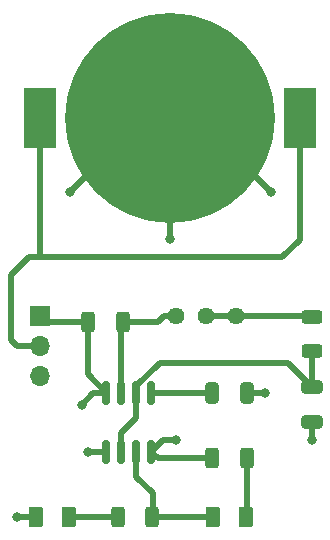
<source format=gbr>
%TF.GenerationSoftware,KiCad,Pcbnew,7.0.10*%
%TF.CreationDate,2025-02-19T14:50:57-05:00*%
%TF.ProjectId,demoTest,64656d6f-5465-4737-942e-6b696361645f,rev?*%
%TF.SameCoordinates,Original*%
%TF.FileFunction,Copper,L1,Top*%
%TF.FilePolarity,Positive*%
%FSLAX46Y46*%
G04 Gerber Fmt 4.6, Leading zero omitted, Abs format (unit mm)*
G04 Created by KiCad (PCBNEW 7.0.10) date 2025-02-19 14:50:57*
%MOMM*%
%LPD*%
G01*
G04 APERTURE LIST*
G04 Aperture macros list*
%AMRoundRect*
0 Rectangle with rounded corners*
0 $1 Rounding radius*
0 $2 $3 $4 $5 $6 $7 $8 $9 X,Y pos of 4 corners*
0 Add a 4 corners polygon primitive as box body*
4,1,4,$2,$3,$4,$5,$6,$7,$8,$9,$2,$3,0*
0 Add four circle primitives for the rounded corners*
1,1,$1+$1,$2,$3*
1,1,$1+$1,$4,$5*
1,1,$1+$1,$6,$7*
1,1,$1+$1,$8,$9*
0 Add four rect primitives between the rounded corners*
20,1,$1+$1,$2,$3,$4,$5,0*
20,1,$1+$1,$4,$5,$6,$7,0*
20,1,$1+$1,$6,$7,$8,$9,0*
20,1,$1+$1,$8,$9,$2,$3,0*%
G04 Aperture macros list end*
%TA.AperFunction,SMDPad,CuDef*%
%ADD10RoundRect,0.250000X0.312500X0.625000X-0.312500X0.625000X-0.312500X-0.625000X0.312500X-0.625000X0*%
%TD*%
%TA.AperFunction,SMDPad,CuDef*%
%ADD11RoundRect,0.250000X-0.375000X-0.625000X0.375000X-0.625000X0.375000X0.625000X-0.375000X0.625000X0*%
%TD*%
%TA.AperFunction,SMDPad,CuDef*%
%ADD12RoundRect,0.250000X-0.312500X-0.625000X0.312500X-0.625000X0.312500X0.625000X-0.312500X0.625000X0*%
%TD*%
%TA.AperFunction,SMDPad,CuDef*%
%ADD13RoundRect,0.250000X-0.325000X-0.650000X0.325000X-0.650000X0.325000X0.650000X-0.325000X0.650000X0*%
%TD*%
%TA.AperFunction,ComponentPad*%
%ADD14C,1.440000*%
%TD*%
%TA.AperFunction,ComponentPad*%
%ADD15R,1.700000X1.700000*%
%TD*%
%TA.AperFunction,ComponentPad*%
%ADD16O,1.700000X1.700000*%
%TD*%
%TA.AperFunction,SMDPad,CuDef*%
%ADD17RoundRect,0.250000X-0.625000X0.312500X-0.625000X-0.312500X0.625000X-0.312500X0.625000X0.312500X0*%
%TD*%
%TA.AperFunction,SMDPad,CuDef*%
%ADD18R,2.794000X5.080000*%
%TD*%
%TA.AperFunction,SMDPad,CuDef*%
%ADD19C,17.780001*%
%TD*%
%TA.AperFunction,SMDPad,CuDef*%
%ADD20RoundRect,0.250000X-0.650000X0.325000X-0.650000X-0.325000X0.650000X-0.325000X0.650000X0.325000X0*%
%TD*%
%TA.AperFunction,SMDPad,CuDef*%
%ADD21RoundRect,0.150000X0.150000X-0.825000X0.150000X0.825000X-0.150000X0.825000X-0.150000X-0.825000X0*%
%TD*%
%TA.AperFunction,ViaPad*%
%ADD22C,0.800000*%
%TD*%
%TA.AperFunction,Conductor*%
%ADD23C,0.500000*%
%TD*%
G04 APERTURE END LIST*
D10*
%TO.P,R3,1*%
%TO.N,/out*%
X114462500Y-94500000D03*
%TO.P,R3,2*%
%TO.N,Net-(D2-A)*%
X111537500Y-94500000D03*
%TD*%
D11*
%TO.P,D2,1,K*%
%TO.N,GND*%
X104600000Y-94500000D03*
%TO.P,D2,2,A*%
%TO.N,Net-(D2-A)*%
X107400000Y-94500000D03*
%TD*%
D12*
%TO.P,R2,1*%
%TO.N,+3V0*%
X119537500Y-89500000D03*
%TO.P,R2,2*%
%TO.N,Net-(D1-A)*%
X122462500Y-89500000D03*
%TD*%
D13*
%TO.P,C2,1*%
%TO.N,Net-(U2-CV)*%
X119525000Y-84000000D03*
%TO.P,C2,2*%
%TO.N,GND*%
X122475000Y-84000000D03*
%TD*%
D14*
%TO.P,RV1,1,1*%
%TO.N,Net-(R4-Pad1)*%
X121525000Y-77500000D03*
%TO.P,RV1,2,2*%
X118985000Y-77500000D03*
%TO.P,RV1,3,3*%
%TO.N,Net-(U2-DIS)*%
X116445000Y-77500000D03*
%TD*%
D11*
%TO.P,D1,1,K*%
%TO.N,/out*%
X119600000Y-94500000D03*
%TO.P,D1,2,A*%
%TO.N,Net-(D1-A)*%
X122400000Y-94500000D03*
%TD*%
D15*
%TO.P,SW1,1,A*%
%TO.N,+3V0*%
X105000000Y-77460000D03*
D16*
%TO.P,SW1,2,B*%
%TO.N,Net-(SW1-B)*%
X105000000Y-80000000D03*
%TO.P,SW1,3,C*%
%TO.N,unconnected-(SW1-C-Pad3)*%
X105000000Y-82540000D03*
%TD*%
D12*
%TO.P,R1,1*%
%TO.N,+3V0*%
X109037500Y-78000000D03*
%TO.P,R1,2*%
%TO.N,Net-(U2-DIS)*%
X111962500Y-78000000D03*
%TD*%
D17*
%TO.P,R4,1*%
%TO.N,Net-(R4-Pad1)*%
X128000000Y-77575000D03*
%TO.P,R4,2*%
%TO.N,Net-(U2-THR)*%
X128000000Y-80500000D03*
%TD*%
D18*
%TO.P,B1,1,1*%
%TO.N,Net-(SW1-B)*%
X105000000Y-60695200D03*
%TO.P,B1,2,2*%
X126970000Y-60695200D03*
D19*
%TO.P,B1,3,3*%
%TO.N,GND*%
X115985000Y-60695200D03*
%TD*%
D20*
%TO.P,C1,1*%
%TO.N,Net-(U2-THR)*%
X128000000Y-83525000D03*
%TO.P,C1,2*%
%TO.N,GND*%
X128000000Y-86475000D03*
%TD*%
D21*
%TO.P,U2,1,GND*%
%TO.N,GND*%
X110595000Y-88975000D03*
%TO.P,U2,2,TR*%
%TO.N,Net-(U2-THR)*%
X111865000Y-88975000D03*
%TO.P,U2,3,Q*%
%TO.N,/out*%
X113135000Y-88975000D03*
%TO.P,U2,4,R*%
%TO.N,+3V0*%
X114405000Y-88975000D03*
%TO.P,U2,5,CV*%
%TO.N,Net-(U2-CV)*%
X114405000Y-84025000D03*
%TO.P,U2,6,THR*%
%TO.N,Net-(U2-THR)*%
X113135000Y-84025000D03*
%TO.P,U2,7,DIS*%
%TO.N,Net-(U2-DIS)*%
X111865000Y-84025000D03*
%TO.P,U2,8,VCC*%
%TO.N,+3V0*%
X110595000Y-84025000D03*
%TD*%
D22*
%TO.N,GND*%
X103000000Y-94500000D03*
X128000000Y-88000000D03*
X116000000Y-71000000D03*
X109000000Y-89000000D03*
X124000000Y-84000000D03*
X124500000Y-67000000D03*
X107500000Y-67000000D03*
%TO.N,+3V0*%
X116500000Y-88000000D03*
X108500000Y-85000000D03*
%TD*%
D23*
%TO.N,Net-(SW1-B)*%
X126970000Y-60695200D02*
X126970000Y-71030000D01*
X104534000Y-59034000D02*
X104534000Y-60695200D01*
X126970000Y-71030000D02*
X125500000Y-72500000D01*
X103000000Y-80000000D02*
X105000000Y-80000000D01*
X104000000Y-72500000D02*
X102500000Y-74000000D01*
X102500000Y-74000000D02*
X102500000Y-79500000D01*
X105000000Y-60695200D02*
X105000000Y-72500000D01*
X126504000Y-60695200D02*
X126504000Y-58996000D01*
X105000000Y-72500000D02*
X104000000Y-72500000D01*
X125500000Y-72500000D02*
X105000000Y-72500000D01*
X102500000Y-79500000D02*
X103000000Y-80000000D01*
%TO.N,GND*%
X128000000Y-88000000D02*
X128000000Y-86475000D01*
X109000000Y-89000000D02*
X110570000Y-89000000D01*
X103000000Y-94500000D02*
X104600000Y-94500000D01*
X107500000Y-67000000D02*
X113804800Y-60695200D01*
X116000000Y-71000000D02*
X116000000Y-60710200D01*
X124500000Y-67000000D02*
X118195200Y-60695200D01*
X110570000Y-89000000D02*
X110595000Y-88975000D01*
X122475000Y-84000000D02*
X124000000Y-84000000D01*
%TO.N,Net-(U2-THR)*%
X125975000Y-81500000D02*
X115102316Y-81500000D01*
X111865000Y-88975000D02*
X111865000Y-87385000D01*
X113135000Y-86115000D02*
X113135000Y-84025000D01*
X128000000Y-83525000D02*
X125975000Y-81500000D01*
X128000000Y-80500000D02*
X128000000Y-83525000D01*
X111865000Y-87385000D02*
X113135000Y-86115000D01*
X113135000Y-83467316D02*
X113135000Y-84025000D01*
X115102316Y-81500000D02*
X113135000Y-83467316D01*
%TO.N,Net-(U2-CV)*%
X114405000Y-84025000D02*
X119500000Y-84025000D01*
X119500000Y-84025000D02*
X119525000Y-84000000D01*
%TO.N,/out*%
X114500000Y-92500000D02*
X114500000Y-94462500D01*
X113135000Y-88975000D02*
X113135000Y-91135000D01*
X113135000Y-91135000D02*
X114500000Y-92500000D01*
X114500000Y-94462500D02*
X114462500Y-94500000D01*
X114462500Y-94500000D02*
X119600000Y-94500000D01*
%TO.N,Net-(D1-A)*%
X122462500Y-89500000D02*
X122462500Y-94437500D01*
X122462500Y-94437500D02*
X122400000Y-94500000D01*
%TO.N,Net-(D2-A)*%
X107400000Y-94500000D02*
X111537500Y-94500000D01*
X111437500Y-94400000D02*
X111537500Y-94500000D01*
%TO.N,+3V0*%
X119537500Y-89500000D02*
X114930000Y-89500000D01*
X109000000Y-78000000D02*
X109000000Y-82430000D01*
X109000000Y-82430000D02*
X110595000Y-84025000D01*
X116500000Y-88000000D02*
X115380000Y-88000000D01*
X115380000Y-88000000D02*
X114405000Y-88975000D01*
X109475000Y-84025000D02*
X108500000Y-85000000D01*
X104540000Y-78000000D02*
X109000000Y-78000000D01*
X114930000Y-89500000D02*
X114405000Y-88975000D01*
X105540000Y-78000000D02*
X105000000Y-77460000D01*
X110595000Y-84025000D02*
X109475000Y-84025000D01*
%TO.N,Net-(U2-DIS)*%
X115000000Y-78000000D02*
X115500000Y-77500000D01*
X111962500Y-78000000D02*
X115000000Y-78000000D01*
X115500000Y-77500000D02*
X116445000Y-77500000D01*
X111865000Y-84025000D02*
X111865000Y-78402500D01*
%TO.N,Net-(R4-Pad1)*%
X127925000Y-77500000D02*
X128000000Y-77575000D01*
X121525000Y-77500000D02*
X127925000Y-77500000D01*
X118985000Y-77500000D02*
X121525000Y-77500000D01*
%TD*%
M02*

</source>
